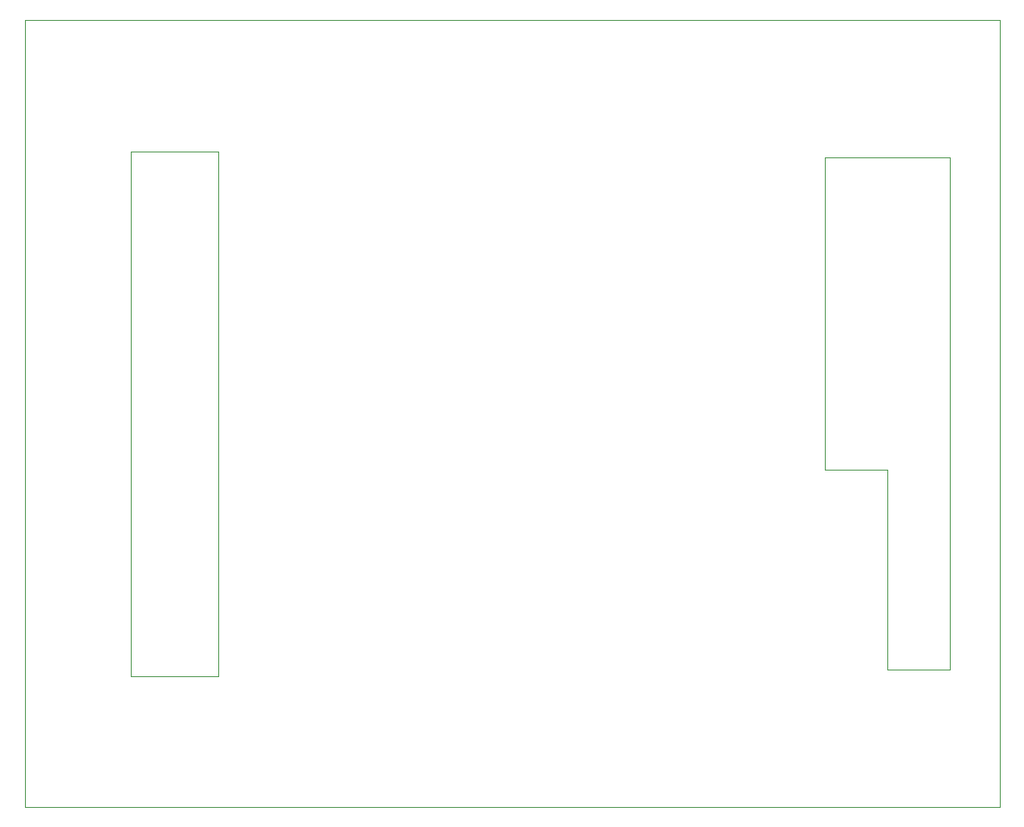
<source format=gbr>
%TF.GenerationSoftware,KiCad,Pcbnew,(5.1.6)-1*%
%TF.CreationDate,2021-11-15T10:58:31+02:00*%
%TF.ProjectId,Front Panel Template,46726f6e-7420-4506-916e-656c2054656d,rev?*%
%TF.SameCoordinates,Original*%
%TF.FileFunction,Profile,NP*%
%FSLAX46Y46*%
G04 Gerber Fmt 4.6, Leading zero omitted, Abs format (unit mm)*
G04 Created by KiCad (PCBNEW (5.1.6)-1) date 2021-11-15 10:58:31*
%MOMM*%
%LPD*%
G01*
G04 APERTURE LIST*
%TA.AperFunction,Profile*%
%ADD10C,0.050000*%
%TD*%
G04 APERTURE END LIST*
D10*
X176530000Y-93345000D02*
X176530000Y-41275000D01*
X170180000Y-93345000D02*
X176530000Y-93345000D01*
X170180000Y-73025000D02*
X170180000Y-93345000D01*
X163830000Y-73025000D02*
X170180000Y-73025000D01*
X163830000Y-41275000D02*
X163830000Y-73025000D01*
X176530000Y-41275000D02*
X163830000Y-41275000D01*
X156845000Y-107315000D02*
X181610000Y-107315000D01*
X156845000Y-27305000D02*
X181610000Y-27305000D01*
X181610000Y-107315000D02*
X181610000Y-27305000D01*
X93345000Y-93980000D02*
X93345000Y-40640000D01*
X82550000Y-27305000D02*
X107315000Y-27305000D01*
X82550000Y-27305000D02*
X82550000Y-107315000D01*
X93345000Y-40640000D02*
X102235000Y-40640000D01*
X107315000Y-107315000D02*
X132080000Y-107315000D01*
X102235000Y-40640000D02*
X102235000Y-93980000D01*
X82550000Y-107315000D02*
X107315000Y-107315000D01*
X107315000Y-27305000D02*
X132080000Y-27305000D01*
X102235000Y-93980000D02*
X93345000Y-93980000D01*
X132080000Y-107315000D02*
X156845000Y-107315000D01*
X132080000Y-27305000D02*
X156845000Y-27305000D01*
M02*

</source>
